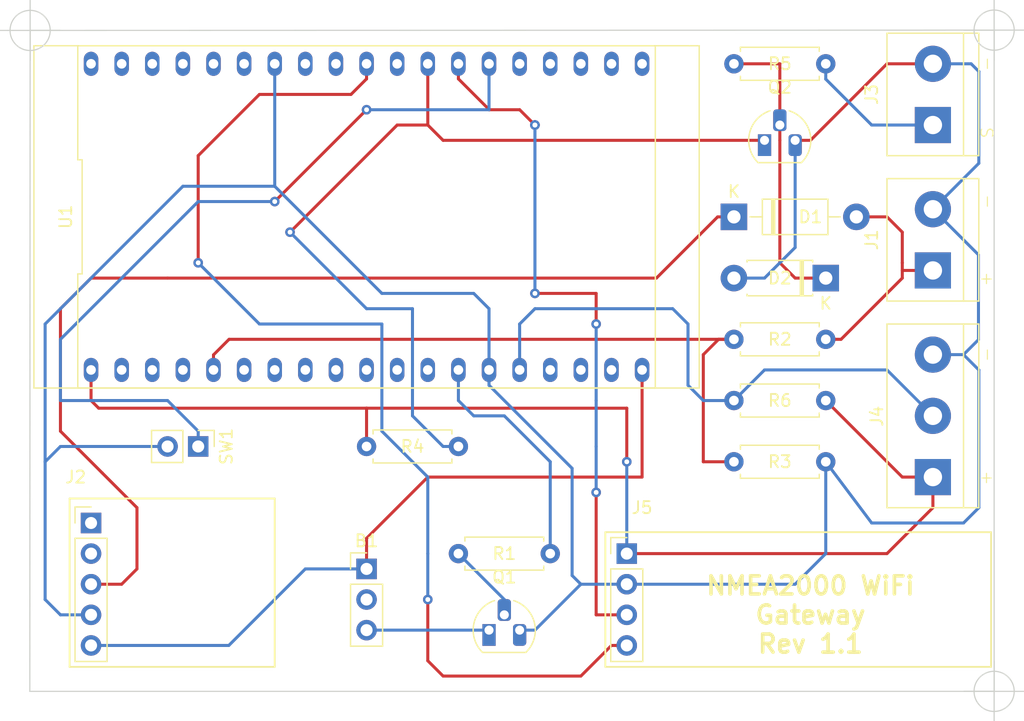
<source format=kicad_pcb>
(kicad_pcb (version 20171130) (host pcbnew "(5.1.5)-3")

  (general
    (thickness 1.6)
    (drawings 22)
    (tracks 175)
    (zones 0)
    (modules 18)
    (nets 47)
  )

  (page A4)
  (layers
    (0 F.Cu signal)
    (31 B.Cu signal)
    (32 B.Adhes user)
    (33 F.Adhes user)
    (34 B.Paste user)
    (35 F.Paste user)
    (36 B.SilkS user)
    (37 F.SilkS user)
    (38 B.Mask user)
    (39 F.Mask user)
    (40 Dwgs.User user)
    (41 Cmts.User user)
    (42 Eco1.User user)
    (43 Eco2.User user)
    (44 Edge.Cuts user)
    (45 Margin user)
    (46 B.CrtYd user)
    (47 F.CrtYd user)
    (48 B.Fab user)
    (49 F.Fab user)
  )

  (setup
    (last_trace_width 0.25)
    (trace_clearance 0.2)
    (zone_clearance 0.508)
    (zone_45_only no)
    (trace_min 0.2)
    (via_size 0.8)
    (via_drill 0.4)
    (via_min_size 0.4)
    (via_min_drill 0.3)
    (uvia_size 0.3)
    (uvia_drill 0.1)
    (uvias_allowed no)
    (uvia_min_size 0.2)
    (uvia_min_drill 0.1)
    (edge_width 0.1)
    (segment_width 0.2)
    (pcb_text_width 0.3)
    (pcb_text_size 1.5 1.5)
    (mod_edge_width 0.15)
    (mod_text_size 1 1)
    (mod_text_width 0.15)
    (pad_size 1.524 1.524)
    (pad_drill 0.762)
    (pad_to_mask_clearance 0)
    (aux_axis_origin 96.52 111.76)
    (visible_elements 7FFFFFFF)
    (pcbplotparams
      (layerselection 0x010fc_ffffffff)
      (usegerberextensions false)
      (usegerberattributes false)
      (usegerberadvancedattributes false)
      (creategerberjobfile false)
      (excludeedgelayer true)
      (linewidth 0.100000)
      (plotframeref false)
      (viasonmask false)
      (mode 1)
      (useauxorigin false)
      (hpglpennumber 1)
      (hpglpenspeed 20)
      (hpglpendiameter 15.000000)
      (psnegative false)
      (psa4output false)
      (plotreference true)
      (plotvalue true)
      (plotinvisibletext false)
      (padsonsilk false)
      (subtractmaskfromsilk false)
      (outputformat 1)
      (mirror false)
      (drillshape 1)
      (scaleselection 1)
      (outputdirectory ""))
  )

  (net 0 "")
  (net 1 "Net-(B1-Pad3)")
  (net 2 +5V)
  (net 3 +12V)
  (net 4 "Net-(D1-Pad1)")
  (net 5 GND)
  (net 6 "Net-(D2-Pad1)")
  (net 7 "Net-(J3-Pad1)")
  (net 8 +3V3)
  (net 9 "Net-(J5-Pad4)")
  (net 10 "Net-(J5-Pad3)")
  (net 11 "Net-(Q1-Pad2)")
  (net 12 "Net-(Q2-Pad1)")
  (net 13 "Net-(R1-Pad1)")
  (net 14 "Net-(R2-Pad2)")
  (net 15 "Net-(SW1-Pad1)")
  (net 16 "Net-(J4-Pad2)")
  (net 17 "Net-(B1-Pad2)")
  (net 18 "Net-(J2-Pad2)")
  (net 19 "Net-(J2-Pad1)")
  (net 20 "Net-(U1-Pad20)")
  (net 21 "Net-(U1-Pad18)")
  (net 22 "Net-(U1-Pad21)")
  (net 23 "Net-(U1-Pad17)")
  (net 24 "Net-(U1-Pad22)")
  (net 25 "Net-(U1-Pad16)")
  (net 26 "Net-(U1-Pad23)")
  (net 27 "Net-(U1-Pad24)")
  (net 28 "Net-(U1-Pad12)")
  (net 29 "Net-(U1-Pad11)")
  (net 30 "Net-(U1-Pad28)")
  (net 31 "Net-(U1-Pad10)")
  (net 32 "Net-(U1-Pad9)")
  (net 33 "Net-(U1-Pad30)")
  (net 34 "Net-(U1-Pad8)")
  (net 35 "Net-(U1-Pad31)")
  (net 36 "Net-(U1-Pad7)")
  (net 37 "Net-(U1-Pad6)")
  (net 38 "Net-(U1-Pad33)")
  (net 39 "Net-(U1-Pad34)")
  (net 40 "Net-(U1-Pad4)")
  (net 41 "Net-(U1-Pad35)")
  (net 42 "Net-(U1-Pad3)")
  (net 43 "Net-(U1-Pad36)")
  (net 44 "Net-(U1-Pad2)")
  (net 45 "Net-(U1-Pad37)")
  (net 46 "Net-(U1-Pad38)")

  (net_class Default "Dies ist die voreingestellte Netzklasse."
    (clearance 0.2)
    (trace_width 0.25)
    (via_dia 0.8)
    (via_drill 0.4)
    (uvia_dia 0.3)
    (uvia_drill 0.1)
    (add_net +12V)
    (add_net +3V3)
    (add_net +5V)
    (add_net GND)
    (add_net "Net-(B1-Pad2)")
    (add_net "Net-(B1-Pad3)")
    (add_net "Net-(D1-Pad1)")
    (add_net "Net-(D2-Pad1)")
    (add_net "Net-(J2-Pad1)")
    (add_net "Net-(J2-Pad2)")
    (add_net "Net-(J3-Pad1)")
    (add_net "Net-(J4-Pad2)")
    (add_net "Net-(J5-Pad3)")
    (add_net "Net-(J5-Pad4)")
    (add_net "Net-(Q1-Pad2)")
    (add_net "Net-(Q2-Pad1)")
    (add_net "Net-(R1-Pad1)")
    (add_net "Net-(R2-Pad2)")
    (add_net "Net-(SW1-Pad1)")
    (add_net "Net-(U1-Pad10)")
    (add_net "Net-(U1-Pad11)")
    (add_net "Net-(U1-Pad12)")
    (add_net "Net-(U1-Pad16)")
    (add_net "Net-(U1-Pad17)")
    (add_net "Net-(U1-Pad18)")
    (add_net "Net-(U1-Pad2)")
    (add_net "Net-(U1-Pad20)")
    (add_net "Net-(U1-Pad21)")
    (add_net "Net-(U1-Pad22)")
    (add_net "Net-(U1-Pad23)")
    (add_net "Net-(U1-Pad24)")
    (add_net "Net-(U1-Pad28)")
    (add_net "Net-(U1-Pad3)")
    (add_net "Net-(U1-Pad30)")
    (add_net "Net-(U1-Pad31)")
    (add_net "Net-(U1-Pad33)")
    (add_net "Net-(U1-Pad34)")
    (add_net "Net-(U1-Pad35)")
    (add_net "Net-(U1-Pad36)")
    (add_net "Net-(U1-Pad37)")
    (add_net "Net-(U1-Pad38)")
    (add_net "Net-(U1-Pad4)")
    (add_net "Net-(U1-Pad6)")
    (add_net "Net-(U1-Pad7)")
    (add_net "Net-(U1-Pad8)")
    (add_net "Net-(U1-Pad9)")
  )

  (module ESP32_Devkit_38Pins:ESP32_Devkit_38Pins (layer F.Cu) (tedit 5F9BC478) (tstamp 5F9EBD41)
    (at 124.46 72.39)
    (path /5F9E95AF)
    (fp_text reference U1 (at -24.96 0 90) (layer F.SilkS)
      (effects (font (size 1 1) (thickness 0.15)))
    )
    (fp_text value ESP32 (at 0 0) (layer F.Fab)
      (effects (font (size 1 1) (thickness 0.15)))
    )
    (fp_line (start -23.71 13.95) (end -23.71 -13.95) (layer F.CrtYd) (width 0.05))
    (fp_line (start 23.71 13.95) (end -23.71 13.95) (layer F.CrtYd) (width 0.05))
    (fp_line (start 23.71 -13.95) (end 23.71 13.95) (layer F.CrtYd) (width 0.05))
    (fp_line (start -23.71 -13.95) (end 23.71 -13.95) (layer F.CrtYd) (width 0.05))
    (fp_line (start -23.96 4.733333) (end -23.96 14.199999) (layer F.SilkS) (width 0.12))
    (fp_line (start -23.6 4.733333) (end -23.96 4.733333) (layer F.SilkS) (width 0.12))
    (fp_line (start -23.6 -4.733333) (end -23.6 4.733333) (layer F.SilkS) (width 0.12))
    (fp_line (start -23.96 -4.733333) (end -23.6 -4.733333) (layer F.SilkS) (width 0.12))
    (fp_line (start -23.96 -14.2) (end -23.96 -4.733333) (layer F.SilkS) (width 0.12))
    (fp_line (start 23.96 -14.199999) (end -23.96 -14.2) (layer F.SilkS) (width 0.12))
    (fp_line (start 23.96 14.2) (end 23.96 -14.199999) (layer F.SilkS) (width 0.12))
    (fp_line (start -23.96 14.199999) (end 23.96 14.2) (layer F.SilkS) (width 0.12))
    (fp_line (start -27.6 14.2) (end 27.6 14.2) (layer F.SilkS) (width 0.12))
    (fp_line (start -27.6 14.2) (end -27.6 -14.2) (layer F.SilkS) (width 0.12))
    (fp_line (start -27.6 -14.2) (end 26.8 -14.2) (layer F.SilkS) (width 0.12))
    (fp_line (start 27.6 -14.2) (end 27.6 14.2) (layer F.SilkS) (width 0.12))
    (fp_line (start 26.8 -14.2) (end 27.6 -14.2) (layer F.SilkS) (width 0.12))
    (pad 19 thru_hole oval (at 22.86 12.7) (size 1.2 2) (drill 0.8) (layers *.Cu *.Mask)
      (net 2 +5V))
    (pad 20 thru_hole oval (at 22.86 -12.7) (size 1.2 2) (drill 0.8) (layers *.Cu *.Mask)
      (net 20 "Net-(U1-Pad20)"))
    (pad 18 thru_hole oval (at 20.32 12.7) (size 1.2 2) (drill 0.8) (layers *.Cu *.Mask)
      (net 21 "Net-(U1-Pad18)"))
    (pad 21 thru_hole oval (at 20.32 -12.7) (size 1.2 2) (drill 0.8) (layers *.Cu *.Mask)
      (net 22 "Net-(U1-Pad21)"))
    (pad 17 thru_hole oval (at 17.78 12.7) (size 1.2 2) (drill 0.8) (layers *.Cu *.Mask)
      (net 23 "Net-(U1-Pad17)"))
    (pad 22 thru_hole oval (at 17.78 -12.7) (size 1.2 2) (drill 0.8) (layers *.Cu *.Mask)
      (net 24 "Net-(U1-Pad22)"))
    (pad 16 thru_hole oval (at 15.24 12.7) (size 1.2 2) (drill 0.8) (layers *.Cu *.Mask)
      (net 25 "Net-(U1-Pad16)"))
    (pad 23 thru_hole oval (at 15.24 -12.7) (size 1.2 2) (drill 0.8) (layers *.Cu *.Mask)
      (net 26 "Net-(U1-Pad23)"))
    (pad 15 thru_hole oval (at 12.7 12.7) (size 1.2 2) (drill 0.8) (layers *.Cu *.Mask)
      (net 16 "Net-(J4-Pad2)"))
    (pad 24 thru_hole oval (at 12.7 -12.7) (size 1.2 2) (drill 0.8) (layers *.Cu *.Mask)
      (net 27 "Net-(U1-Pad24)"))
    (pad 14 thru_hole oval (at 10.16 12.7) (size 1.2 2) (drill 0.8) (layers *.Cu *.Mask)
      (net 5 GND))
    (pad 25 thru_hole oval (at 10.16 -12.7) (size 1.2 2) (drill 0.8) (layers *.Cu *.Mask)
      (net 15 "Net-(SW1-Pad1)"))
    (pad 13 thru_hole oval (at 7.62 12.7) (size 1.2 2) (drill 0.8) (layers *.Cu *.Mask)
      (net 13 "Net-(R1-Pad1)"))
    (pad 26 thru_hole oval (at 7.62 -12.7) (size 1.2 2) (drill 0.8) (layers *.Cu *.Mask)
      (net 10 "Net-(J5-Pad3)"))
    (pad 12 thru_hole oval (at 5.08 12.7) (size 1.2 2) (drill 0.8) (layers *.Cu *.Mask)
      (net 28 "Net-(U1-Pad12)"))
    (pad 27 thru_hole oval (at 5.08 -12.7) (size 1.2 2) (drill 0.8) (layers *.Cu *.Mask)
      (net 12 "Net-(Q2-Pad1)"))
    (pad 11 thru_hole oval (at 2.54 12.7) (size 1.2 2) (drill 0.8) (layers *.Cu *.Mask)
      (net 29 "Net-(U1-Pad11)"))
    (pad 28 thru_hole oval (at 2.54 -12.7) (size 1.2 2) (drill 0.8) (layers *.Cu *.Mask)
      (net 30 "Net-(U1-Pad28)"))
    (pad 10 thru_hole oval (at 0 12.7) (size 1.2 2) (drill 0.8) (layers *.Cu *.Mask)
      (net 31 "Net-(U1-Pad10)"))
    (pad 29 thru_hole oval (at 0 -12.7) (size 1.2 2) (drill 0.8) (layers *.Cu *.Mask)
      (net 9 "Net-(J5-Pad4)"))
    (pad 9 thru_hole oval (at -2.54 12.7) (size 1.2 2) (drill 0.8) (layers *.Cu *.Mask)
      (net 32 "Net-(U1-Pad9)"))
    (pad 30 thru_hole oval (at -2.54 -12.7) (size 1.2 2) (drill 0.8) (layers *.Cu *.Mask)
      (net 33 "Net-(U1-Pad30)"))
    (pad 8 thru_hole oval (at -5.08 12.7) (size 1.2 2) (drill 0.8) (layers *.Cu *.Mask)
      (net 34 "Net-(U1-Pad8)"))
    (pad 31 thru_hole oval (at -5.08 -12.7) (size 1.2 2) (drill 0.8) (layers *.Cu *.Mask)
      (net 35 "Net-(U1-Pad31)"))
    (pad 7 thru_hole oval (at -7.62 12.7) (size 1.2 2) (drill 0.8) (layers *.Cu *.Mask)
      (net 36 "Net-(U1-Pad7)"))
    (pad 32 thru_hole oval (at -7.62 -12.7) (size 1.2 2) (drill 0.8) (layers *.Cu *.Mask)
      (net 5 GND))
    (pad 6 thru_hole oval (at -10.16 12.7) (size 1.2 2) (drill 0.8) (layers *.Cu *.Mask)
      (net 37 "Net-(U1-Pad6)"))
    (pad 33 thru_hole oval (at -10.16 -12.7) (size 1.2 2) (drill 0.8) (layers *.Cu *.Mask)
      (net 38 "Net-(U1-Pad33)"))
    (pad 5 thru_hole oval (at -12.7 12.7) (size 1.2 2) (drill 0.8) (layers *.Cu *.Mask)
      (net 14 "Net-(R2-Pad2)"))
    (pad 34 thru_hole oval (at -12.7 -12.7) (size 1.2 2) (drill 0.8) (layers *.Cu *.Mask)
      (net 39 "Net-(U1-Pad34)"))
    (pad 4 thru_hole oval (at -15.24 12.7) (size 1.2 2) (drill 0.8) (layers *.Cu *.Mask)
      (net 40 "Net-(U1-Pad4)"))
    (pad 35 thru_hole oval (at -15.24 -12.7) (size 1.2 2) (drill 0.8) (layers *.Cu *.Mask)
      (net 41 "Net-(U1-Pad35)"))
    (pad 3 thru_hole oval (at -17.78 12.7) (size 1.2 2) (drill 0.8) (layers *.Cu *.Mask)
      (net 42 "Net-(U1-Pad3)"))
    (pad 36 thru_hole oval (at -17.78 -12.7) (size 1.2 2) (drill 0.8) (layers *.Cu *.Mask)
      (net 43 "Net-(U1-Pad36)"))
    (pad 2 thru_hole oval (at -20.32 12.7) (size 1.2 2) (drill 0.8) (layers *.Cu *.Mask)
      (net 44 "Net-(U1-Pad2)"))
    (pad 37 thru_hole oval (at -20.32 -12.7) (size 1.2 2) (drill 0.8) (layers *.Cu *.Mask)
      (net 45 "Net-(U1-Pad37)"))
    (pad 1 thru_hole oval (at -22.86 12.7) (size 1.2 2) (drill 0.8) (layers *.Cu *.Mask)
      (net 8 +3V3))
    (pad 38 thru_hole oval (at -22.86 -12.7) (size 1.2 2) (drill 0.8) (layers *.Cu *.Mask)
      (net 46 "Net-(U1-Pad38)"))
  )

  (module Package_TO_SOT_THT:TO-92_HandSolder (layer F.Cu) (tedit 5A282C46) (tstamp 5F9EB378)
    (at 157.48 66.04)
    (descr "TO-92 leads molded, narrow, drill 0.75mm, handsoldering variant with enlarged pads (see NXP sot054_po.pdf)")
    (tags "to-92 sc-43 sc-43a sot54 PA33 transistor")
    (path /5F9EEC22)
    (fp_text reference Q2 (at 1.27 -4.4) (layer F.SilkS)
      (effects (font (size 1 1) (thickness 0.15)))
    )
    (fp_text value BC547 (at 1.27 2.79) (layer F.Fab)
      (effects (font (size 1 1) (thickness 0.15)))
    )
    (fp_arc (start 1.27 0) (end 2.05 -2.45) (angle 117.6433766) (layer F.SilkS) (width 0.12))
    (fp_arc (start 1.27 0) (end 1.27 -2.48) (angle -135) (layer F.Fab) (width 0.1))
    (fp_arc (start 1.27 0) (end 0.45 -2.45) (angle -116.9632683) (layer F.SilkS) (width 0.12))
    (fp_arc (start 1.27 0) (end 1.27 -2.48) (angle 135) (layer F.Fab) (width 0.1))
    (fp_line (start 4 2.01) (end -1.46 2.01) (layer F.CrtYd) (width 0.05))
    (fp_line (start 4 2.01) (end 4 -3.05) (layer F.CrtYd) (width 0.05))
    (fp_line (start -1.45 -3.05) (end -1.46 2.01) (layer F.CrtYd) (width 0.05))
    (fp_line (start -1.46 -3.05) (end 4 -3.05) (layer F.CrtYd) (width 0.05))
    (fp_line (start -0.5 1.75) (end 3 1.75) (layer F.Fab) (width 0.1))
    (fp_line (start -0.53 1.85) (end 3.07 1.85) (layer F.SilkS) (width 0.12))
    (fp_text user %R (at 1.27 -4.4) (layer F.Fab)
      (effects (font (size 1 1) (thickness 0.15)))
    )
    (pad 1 thru_hole rect (at 0 0) (size 1.1 1.8) (drill 0.75 (offset 0 0.4)) (layers *.Cu *.Mask)
      (net 12 "Net-(Q2-Pad1)"))
    (pad 3 thru_hole roundrect (at 2.54 0) (size 1.1 1.8) (drill 0.75 (offset 0 0.4)) (layers *.Cu *.Mask) (roundrect_rratio 0.25)
      (net 5 GND))
    (pad 2 thru_hole roundrect (at 1.27 -1.27) (size 1.1 1.8) (drill 0.75 (offset 0 -0.4)) (layers *.Cu *.Mask) (roundrect_rratio 0.25)
      (net 6 "Net-(D2-Pad1)"))
    (model ${KISYS3DMOD}/Package_TO_SOT_THT.3dshapes/TO-92.wrl
      (at (xyz 0 0 0))
      (scale (xyz 1 1 1))
      (rotate (xyz 0 0 0))
    )
  )

  (module Package_TO_SOT_THT:TO-92_HandSolder (layer F.Cu) (tedit 5A282C46) (tstamp 5F9EAD3F)
    (at 134.62 106.68)
    (descr "TO-92 leads molded, narrow, drill 0.75mm, handsoldering variant with enlarged pads (see NXP sot054_po.pdf)")
    (tags "to-92 sc-43 sc-43a sot54 PA33 transistor")
    (path /5F2980D3)
    (fp_text reference Q1 (at 1.27 -4.4) (layer F.SilkS)
      (effects (font (size 1 1) (thickness 0.15)))
    )
    (fp_text value BC547 (at 1.27 2.79) (layer F.Fab)
      (effects (font (size 1 1) (thickness 0.15)))
    )
    (fp_arc (start 1.27 0) (end 2.05 -2.45) (angle 117.6433766) (layer F.SilkS) (width 0.12))
    (fp_arc (start 1.27 0) (end 1.27 -2.48) (angle -135) (layer F.Fab) (width 0.1))
    (fp_arc (start 1.27 0) (end 0.45 -2.45) (angle -116.9632683) (layer F.SilkS) (width 0.12))
    (fp_arc (start 1.27 0) (end 1.27 -2.48) (angle 135) (layer F.Fab) (width 0.1))
    (fp_line (start 4 2.01) (end -1.46 2.01) (layer F.CrtYd) (width 0.05))
    (fp_line (start 4 2.01) (end 4 -3.05) (layer F.CrtYd) (width 0.05))
    (fp_line (start -1.45 -3.05) (end -1.46 2.01) (layer F.CrtYd) (width 0.05))
    (fp_line (start -1.46 -3.05) (end 4 -3.05) (layer F.CrtYd) (width 0.05))
    (fp_line (start -0.5 1.75) (end 3 1.75) (layer F.Fab) (width 0.1))
    (fp_line (start -0.53 1.85) (end 3.07 1.85) (layer F.SilkS) (width 0.12))
    (fp_text user %R (at 1.27 -4.4) (layer F.Fab)
      (effects (font (size 1 1) (thickness 0.15)))
    )
    (pad 1 thru_hole rect (at 0 0) (size 1.1 1.8) (drill 0.75 (offset 0 0.4)) (layers *.Cu *.Mask)
      (net 1 "Net-(B1-Pad3)"))
    (pad 3 thru_hole roundrect (at 2.54 0) (size 1.1 1.8) (drill 0.75 (offset 0 0.4)) (layers *.Cu *.Mask) (roundrect_rratio 0.25)
      (net 5 GND))
    (pad 2 thru_hole roundrect (at 1.27 -1.27) (size 1.1 1.8) (drill 0.75 (offset 0 -0.4)) (layers *.Cu *.Mask) (roundrect_rratio 0.25)
      (net 11 "Net-(Q1-Pad2)"))
    (model ${KISYS3DMOD}/Package_TO_SOT_THT.3dshapes/TO-92.wrl
      (at (xyz 0 0 0))
      (scale (xyz 1 1 1))
      (rotate (xyz 0 0 0))
    )
  )

  (module TerminalBlock:TerminalBlock_bornier-3_P5.08mm (layer F.Cu) (tedit 59FF03B9) (tstamp 5FA562A1)
    (at 171.45 93.98 90)
    (descr "simple 3-pin terminal block, pitch 5.08mm, revamped version of bornier3")
    (tags "terminal block bornier3")
    (path /5FA0C9FF)
    (fp_text reference J4 (at 5.05 -4.65 90) (layer F.SilkS)
      (effects (font (size 1 1) (thickness 0.15)))
    )
    (fp_text value DS18B20 (at 5.08 4.445 90) (layer F.Fab)
      (effects (font (size 1 1) (thickness 0.15)))
    )
    (fp_line (start 12.88 4) (end -2.72 4) (layer F.CrtYd) (width 0.05))
    (fp_line (start 12.88 4) (end 12.88 -4) (layer F.CrtYd) (width 0.05))
    (fp_line (start -2.72 -4) (end -2.72 4) (layer F.CrtYd) (width 0.05))
    (fp_line (start -2.72 -4) (end 12.88 -4) (layer F.CrtYd) (width 0.05))
    (fp_line (start -2.54 3.81) (end 12.7 3.81) (layer F.SilkS) (width 0.12))
    (fp_line (start -2.54 -3.81) (end 12.7 -3.81) (layer F.SilkS) (width 0.12))
    (fp_line (start -2.54 2.54) (end 12.7 2.54) (layer F.SilkS) (width 0.12))
    (fp_line (start 12.7 3.81) (end 12.7 -3.81) (layer F.SilkS) (width 0.12))
    (fp_line (start -2.54 3.81) (end -2.54 -3.81) (layer F.SilkS) (width 0.12))
    (fp_line (start -2.47 3.75) (end -2.47 -3.75) (layer F.Fab) (width 0.1))
    (fp_line (start 12.63 3.75) (end -2.47 3.75) (layer F.Fab) (width 0.1))
    (fp_line (start 12.63 -3.75) (end 12.63 3.75) (layer F.Fab) (width 0.1))
    (fp_line (start -2.47 -3.75) (end 12.63 -3.75) (layer F.Fab) (width 0.1))
    (fp_line (start -2.47 2.55) (end 12.63 2.55) (layer F.Fab) (width 0.1))
    (fp_text user %R (at 5.08 0 90) (layer F.Fab)
      (effects (font (size 1 1) (thickness 0.15)))
    )
    (pad 3 thru_hole circle (at 10.16 0 90) (size 3 3) (drill 1.52) (layers *.Cu *.Mask)
      (net 5 GND))
    (pad 2 thru_hole circle (at 5.08 0 90) (size 3 3) (drill 1.52) (layers *.Cu *.Mask)
      (net 16 "Net-(J4-Pad2)"))
    (pad 1 thru_hole rect (at 0 0 90) (size 3 3) (drill 1.52) (layers *.Cu *.Mask)
      (net 8 +3V3))
    (model ${KISYS3DMOD}/TerminalBlock.3dshapes/TerminalBlock_bornier-3_P5.08mm.wrl
      (offset (xyz 5.079999923706055 0 0))
      (scale (xyz 1 1 1))
      (rotate (xyz 0 0 0))
    )
  )

  (module TerminalBlock:TerminalBlock_bornier-2_P5.08mm (layer F.Cu) (tedit 59FF03AB) (tstamp 5F9EABCA)
    (at 171.45 64.77 90)
    (descr "simple 2-pin terminal block, pitch 5.08mm, revamped version of bornier2")
    (tags "terminal block bornier2")
    (path /5F9F7F7B)
    (fp_text reference J3 (at 2.54 -5.08 90) (layer F.SilkS)
      (effects (font (size 1 1) (thickness 0.15)))
    )
    (fp_text value AIS (at 2.54 4.445 90) (layer F.Fab)
      (effects (font (size 1 1) (thickness 0.15)))
    )
    (fp_line (start 7.79 4) (end -2.71 4) (layer F.CrtYd) (width 0.05))
    (fp_line (start 7.79 4) (end 7.79 -4) (layer F.CrtYd) (width 0.05))
    (fp_line (start -2.71 -4) (end -2.71 4) (layer F.CrtYd) (width 0.05))
    (fp_line (start -2.71 -4) (end 7.79 -4) (layer F.CrtYd) (width 0.05))
    (fp_line (start -2.54 3.81) (end 7.62 3.81) (layer F.SilkS) (width 0.12))
    (fp_line (start -2.54 -3.81) (end -2.54 3.81) (layer F.SilkS) (width 0.12))
    (fp_line (start 7.62 -3.81) (end -2.54 -3.81) (layer F.SilkS) (width 0.12))
    (fp_line (start 7.62 3.81) (end 7.62 -3.81) (layer F.SilkS) (width 0.12))
    (fp_line (start 7.62 2.54) (end -2.54 2.54) (layer F.SilkS) (width 0.12))
    (fp_line (start 7.54 -3.75) (end -2.46 -3.75) (layer F.Fab) (width 0.1))
    (fp_line (start 7.54 3.75) (end 7.54 -3.75) (layer F.Fab) (width 0.1))
    (fp_line (start -2.46 3.75) (end 7.54 3.75) (layer F.Fab) (width 0.1))
    (fp_line (start -2.46 -3.75) (end -2.46 3.75) (layer F.Fab) (width 0.1))
    (fp_line (start -2.41 2.55) (end 7.49 2.55) (layer F.Fab) (width 0.1))
    (fp_text user %R (at 2.54 0 90) (layer F.Fab)
      (effects (font (size 1 1) (thickness 0.15)))
    )
    (pad 2 thru_hole circle (at 5.08 0 90) (size 3 3) (drill 1.52) (layers *.Cu *.Mask)
      (net 5 GND))
    (pad 1 thru_hole rect (at 0 0 90) (size 3 3) (drill 1.52) (layers *.Cu *.Mask)
      (net 7 "Net-(J3-Pad1)"))
    (model ${KISYS3DMOD}/TerminalBlock.3dshapes/TerminalBlock_bornier-2_P5.08mm.wrl
      (offset (xyz 2.539999961853027 0 0))
      (scale (xyz 1 1 1))
      (rotate (xyz 0 0 0))
    )
  )

  (module TerminalBlock:TerminalBlock_bornier-2_P5.08mm (layer F.Cu) (tedit 59FF03AB) (tstamp 5FA56530)
    (at 171.45 76.835 90)
    (descr "simple 2-pin terminal block, pitch 5.08mm, revamped version of bornier2")
    (tags "terminal block bornier2")
    (path /5F9B39F2)
    (fp_text reference J1 (at 2.54 -5.08 90) (layer F.SilkS)
      (effects (font (size 1 1) (thickness 0.15)))
    )
    (fp_text value Power (at 2.54 4.445 90) (layer F.Fab)
      (effects (font (size 1 1) (thickness 0.15)))
    )
    (fp_line (start 7.79 4) (end -2.71 4) (layer F.CrtYd) (width 0.05))
    (fp_line (start 7.79 4) (end 7.79 -4) (layer F.CrtYd) (width 0.05))
    (fp_line (start -2.71 -4) (end -2.71 4) (layer F.CrtYd) (width 0.05))
    (fp_line (start -2.71 -4) (end 7.79 -4) (layer F.CrtYd) (width 0.05))
    (fp_line (start -2.54 3.81) (end 7.62 3.81) (layer F.SilkS) (width 0.12))
    (fp_line (start -2.54 -3.81) (end -2.54 3.81) (layer F.SilkS) (width 0.12))
    (fp_line (start 7.62 -3.81) (end -2.54 -3.81) (layer F.SilkS) (width 0.12))
    (fp_line (start 7.62 3.81) (end 7.62 -3.81) (layer F.SilkS) (width 0.12))
    (fp_line (start 7.62 2.54) (end -2.54 2.54) (layer F.SilkS) (width 0.12))
    (fp_line (start 7.54 -3.75) (end -2.46 -3.75) (layer F.Fab) (width 0.1))
    (fp_line (start 7.54 3.75) (end 7.54 -3.75) (layer F.Fab) (width 0.1))
    (fp_line (start -2.46 3.75) (end 7.54 3.75) (layer F.Fab) (width 0.1))
    (fp_line (start -2.46 -3.75) (end -2.46 3.75) (layer F.Fab) (width 0.1))
    (fp_line (start -2.41 2.55) (end 7.49 2.55) (layer F.Fab) (width 0.1))
    (fp_text user %R (at 2.54 0 90) (layer F.Fab)
      (effects (font (size 1 1) (thickness 0.15)))
    )
    (pad 2 thru_hole circle (at 5.08 0 90) (size 3 3) (drill 1.52) (layers *.Cu *.Mask)
      (net 5 GND))
    (pad 1 thru_hole rect (at 0 0 90) (size 3 3) (drill 1.52) (layers *.Cu *.Mask)
      (net 3 +12V))
    (model ${KISYS3DMOD}/TerminalBlock.3dshapes/TerminalBlock_bornier-2_P5.08mm.wrl
      (offset (xyz 2.539999961853027 0 0))
      (scale (xyz 1 1 1))
      (rotate (xyz 0 0 0))
    )
  )

  (module Diode_THT:D_DO-41_SOD81_P7.62mm_Horizontal (layer F.Cu) (tedit 5AE50CD5) (tstamp 5F9ED576)
    (at 162.56 77.47 180)
    (descr "Diode, DO-41_SOD81 series, Axial, Horizontal, pin pitch=7.62mm, , length*diameter=5.2*2.7mm^2, , http://www.diodes.com/_files/packages/DO-41%20(Plastic).pdf")
    (tags "Diode DO-41_SOD81 series Axial Horizontal pin pitch 7.62mm  length 5.2mm diameter 2.7mm")
    (path /5FA1B20E)
    (fp_text reference D2 (at 3.81 0) (layer F.SilkS)
      (effects (font (size 1 1) (thickness 0.15)))
    )
    (fp_text value 1N4148 (at 3.81 2.47) (layer F.Fab)
      (effects (font (size 1 1) (thickness 0.15)))
    )
    (fp_text user K (at 0 -2.1) (layer F.SilkS)
      (effects (font (size 1 1) (thickness 0.15)))
    )
    (fp_text user K (at 0 -2.1) (layer F.Fab)
      (effects (font (size 1 1) (thickness 0.15)))
    )
    (fp_line (start 8.97 -1.6) (end -1.35 -1.6) (layer F.CrtYd) (width 0.05))
    (fp_line (start 8.97 1.6) (end 8.97 -1.6) (layer F.CrtYd) (width 0.05))
    (fp_line (start -1.35 1.6) (end 8.97 1.6) (layer F.CrtYd) (width 0.05))
    (fp_line (start -1.35 -1.6) (end -1.35 1.6) (layer F.CrtYd) (width 0.05))
    (fp_line (start 1.87 -1.47) (end 1.87 1.47) (layer F.SilkS) (width 0.12))
    (fp_line (start 2.11 -1.47) (end 2.11 1.47) (layer F.SilkS) (width 0.12))
    (fp_line (start 1.99 -1.47) (end 1.99 1.47) (layer F.SilkS) (width 0.12))
    (fp_line (start 6.53 1.47) (end 6.53 1.34) (layer F.SilkS) (width 0.12))
    (fp_line (start 1.09 1.47) (end 6.53 1.47) (layer F.SilkS) (width 0.12))
    (fp_line (start 1.09 1.34) (end 1.09 1.47) (layer F.SilkS) (width 0.12))
    (fp_line (start 6.53 -1.47) (end 6.53 -1.34) (layer F.SilkS) (width 0.12))
    (fp_line (start 1.09 -1.47) (end 6.53 -1.47) (layer F.SilkS) (width 0.12))
    (fp_line (start 1.09 -1.34) (end 1.09 -1.47) (layer F.SilkS) (width 0.12))
    (fp_line (start 1.89 -1.35) (end 1.89 1.35) (layer F.Fab) (width 0.1))
    (fp_line (start 2.09 -1.35) (end 2.09 1.35) (layer F.Fab) (width 0.1))
    (fp_line (start 1.99 -1.35) (end 1.99 1.35) (layer F.Fab) (width 0.1))
    (fp_line (start 7.62 0) (end 6.41 0) (layer F.Fab) (width 0.1))
    (fp_line (start 0 0) (end 1.21 0) (layer F.Fab) (width 0.1))
    (fp_line (start 6.41 -1.35) (end 1.21 -1.35) (layer F.Fab) (width 0.1))
    (fp_line (start 6.41 1.35) (end 6.41 -1.35) (layer F.Fab) (width 0.1))
    (fp_line (start 1.21 1.35) (end 6.41 1.35) (layer F.Fab) (width 0.1))
    (fp_line (start 1.21 -1.35) (end 1.21 1.35) (layer F.Fab) (width 0.1))
    (pad 2 thru_hole oval (at 7.62 0 180) (size 2.2 2.2) (drill 1.1) (layers *.Cu *.Mask)
      (net 5 GND))
    (pad 1 thru_hole rect (at 0 0 180) (size 2.2 2.2) (drill 1.1) (layers *.Cu *.Mask)
      (net 6 "Net-(D2-Pad1)"))
    (model ${KISYS3DMOD}/Diode_THT.3dshapes/D_DO-41_SOD81_P7.62mm_Horizontal.wrl
      (at (xyz 0 0 0))
      (scale (xyz 1 1 1))
      (rotate (xyz 0 0 0))
    )
  )

  (module Resistor_THT:R_Axial_DIN0207_L6.3mm_D2.5mm_P7.62mm_Horizontal (layer F.Cu) (tedit 5AE5139B) (tstamp 5F9EB0EB)
    (at 162.56 87.63 180)
    (descr "Resistor, Axial_DIN0207 series, Axial, Horizontal, pin pitch=7.62mm, 0.25W = 1/4W, length*diameter=6.3*2.5mm^2, http://cdn-reichelt.de/documents/datenblatt/B400/1_4W%23YAG.pdf")
    (tags "Resistor Axial_DIN0207 series Axial Horizontal pin pitch 7.62mm 0.25W = 1/4W length 6.3mm diameter 2.5mm")
    (path /5F9FBCE9)
    (fp_text reference R6 (at 3.81 0) (layer F.SilkS)
      (effects (font (size 1 1) (thickness 0.15)))
    )
    (fp_text value 4K7 (at 3.81 2.37) (layer F.Fab)
      (effects (font (size 1 1) (thickness 0.15)))
    )
    (fp_text user %R (at 3.81 0) (layer F.Fab)
      (effects (font (size 1 1) (thickness 0.15)))
    )
    (fp_line (start 8.67 -1.5) (end -1.05 -1.5) (layer F.CrtYd) (width 0.05))
    (fp_line (start 8.67 1.5) (end 8.67 -1.5) (layer F.CrtYd) (width 0.05))
    (fp_line (start -1.05 1.5) (end 8.67 1.5) (layer F.CrtYd) (width 0.05))
    (fp_line (start -1.05 -1.5) (end -1.05 1.5) (layer F.CrtYd) (width 0.05))
    (fp_line (start 7.08 1.37) (end 7.08 1.04) (layer F.SilkS) (width 0.12))
    (fp_line (start 0.54 1.37) (end 7.08 1.37) (layer F.SilkS) (width 0.12))
    (fp_line (start 0.54 1.04) (end 0.54 1.37) (layer F.SilkS) (width 0.12))
    (fp_line (start 7.08 -1.37) (end 7.08 -1.04) (layer F.SilkS) (width 0.12))
    (fp_line (start 0.54 -1.37) (end 7.08 -1.37) (layer F.SilkS) (width 0.12))
    (fp_line (start 0.54 -1.04) (end 0.54 -1.37) (layer F.SilkS) (width 0.12))
    (fp_line (start 7.62 0) (end 6.96 0) (layer F.Fab) (width 0.1))
    (fp_line (start 0 0) (end 0.66 0) (layer F.Fab) (width 0.1))
    (fp_line (start 6.96 -1.25) (end 0.66 -1.25) (layer F.Fab) (width 0.1))
    (fp_line (start 6.96 1.25) (end 6.96 -1.25) (layer F.Fab) (width 0.1))
    (fp_line (start 0.66 1.25) (end 6.96 1.25) (layer F.Fab) (width 0.1))
    (fp_line (start 0.66 -1.25) (end 0.66 1.25) (layer F.Fab) (width 0.1))
    (pad 2 thru_hole oval (at 7.62 0 180) (size 1.6 1.6) (drill 0.8) (layers *.Cu *.Mask)
      (net 16 "Net-(J4-Pad2)"))
    (pad 1 thru_hole circle (at 0 0 180) (size 1.6 1.6) (drill 0.8) (layers *.Cu *.Mask)
      (net 8 +3V3))
    (model ${KISYS3DMOD}/Resistor_THT.3dshapes/R_Axial_DIN0207_L6.3mm_D2.5mm_P7.62mm_Horizontal.wrl
      (at (xyz 0 0 0))
      (scale (xyz 1 1 1))
      (rotate (xyz 0 0 0))
    )
  )

  (module Connector_PinHeader_2.54mm:PinHeader_1x02_P2.54mm_Vertical (layer F.Cu) (tedit 59FED5CC) (tstamp 5F9EB418)
    (at 110.49 91.44 270)
    (descr "Through hole straight pin header, 1x02, 2.54mm pitch, single row")
    (tags "Through hole pin header THT 1x02 2.54mm single row")
    (path /5FA29EFE)
    (fp_text reference SW1 (at 0 -2.33 90) (layer F.SilkS)
      (effects (font (size 1 1) (thickness 0.15)))
    )
    (fp_text value SW_Push (at 0 4.87 90) (layer F.Fab)
      (effects (font (size 1 1) (thickness 0.15)))
    )
    (fp_text user %R (at 0 1.27) (layer F.Fab)
      (effects (font (size 1 1) (thickness 0.15)))
    )
    (fp_line (start 1.8 -1.8) (end -1.8 -1.8) (layer F.CrtYd) (width 0.05))
    (fp_line (start 1.8 4.35) (end 1.8 -1.8) (layer F.CrtYd) (width 0.05))
    (fp_line (start -1.8 4.35) (end 1.8 4.35) (layer F.CrtYd) (width 0.05))
    (fp_line (start -1.8 -1.8) (end -1.8 4.35) (layer F.CrtYd) (width 0.05))
    (fp_line (start -1.33 -1.33) (end 0 -1.33) (layer F.SilkS) (width 0.12))
    (fp_line (start -1.33 0) (end -1.33 -1.33) (layer F.SilkS) (width 0.12))
    (fp_line (start -1.33 1.27) (end 1.33 1.27) (layer F.SilkS) (width 0.12))
    (fp_line (start 1.33 1.27) (end 1.33 3.87) (layer F.SilkS) (width 0.12))
    (fp_line (start -1.33 1.27) (end -1.33 3.87) (layer F.SilkS) (width 0.12))
    (fp_line (start -1.33 3.87) (end 1.33 3.87) (layer F.SilkS) (width 0.12))
    (fp_line (start -1.27 -0.635) (end -0.635 -1.27) (layer F.Fab) (width 0.1))
    (fp_line (start -1.27 3.81) (end -1.27 -0.635) (layer F.Fab) (width 0.1))
    (fp_line (start 1.27 3.81) (end -1.27 3.81) (layer F.Fab) (width 0.1))
    (fp_line (start 1.27 -1.27) (end 1.27 3.81) (layer F.Fab) (width 0.1))
    (fp_line (start -0.635 -1.27) (end 1.27 -1.27) (layer F.Fab) (width 0.1))
    (pad 2 thru_hole oval (at 0 2.54 270) (size 1.7 1.7) (drill 1) (layers *.Cu *.Mask)
      (net 5 GND))
    (pad 1 thru_hole rect (at 0 0 270) (size 1.7 1.7) (drill 1) (layers *.Cu *.Mask)
      (net 15 "Net-(SW1-Pad1)"))
    (model ${KISYS3DMOD}/Connector_PinHeader_2.54mm.3dshapes/PinHeader_1x02_P2.54mm_Vertical.wrl
      (at (xyz 0 0 0))
      (scale (xyz 1 1 1))
      (rotate (xyz 0 0 0))
    )
  )

  (module Resistor_THT:R_Axial_DIN0207_L6.3mm_D2.5mm_P7.62mm_Horizontal (layer F.Cu) (tedit 5AE5139B) (tstamp 5F9EB685)
    (at 154.94 59.69)
    (descr "Resistor, Axial_DIN0207 series, Axial, Horizontal, pin pitch=7.62mm, 0.25W = 1/4W, length*diameter=6.3*2.5mm^2, http://cdn-reichelt.de/documents/datenblatt/B400/1_4W%23YAG.pdf")
    (tags "Resistor Axial_DIN0207 series Axial Horizontal pin pitch 7.62mm 0.25W = 1/4W length 6.3mm diameter 2.5mm")
    (path /5F9EE60D)
    (fp_text reference R5 (at 3.81 0) (layer F.SilkS)
      (effects (font (size 1 1) (thickness 0.15)))
    )
    (fp_text value 33K (at 3.81 2.37) (layer F.Fab)
      (effects (font (size 1 1) (thickness 0.15)))
    )
    (fp_text user %R (at 3.81 0) (layer F.Fab)
      (effects (font (size 1 1) (thickness 0.15)))
    )
    (fp_line (start 8.67 -1.5) (end -1.05 -1.5) (layer F.CrtYd) (width 0.05))
    (fp_line (start 8.67 1.5) (end 8.67 -1.5) (layer F.CrtYd) (width 0.05))
    (fp_line (start -1.05 1.5) (end 8.67 1.5) (layer F.CrtYd) (width 0.05))
    (fp_line (start -1.05 -1.5) (end -1.05 1.5) (layer F.CrtYd) (width 0.05))
    (fp_line (start 7.08 1.37) (end 7.08 1.04) (layer F.SilkS) (width 0.12))
    (fp_line (start 0.54 1.37) (end 7.08 1.37) (layer F.SilkS) (width 0.12))
    (fp_line (start 0.54 1.04) (end 0.54 1.37) (layer F.SilkS) (width 0.12))
    (fp_line (start 7.08 -1.37) (end 7.08 -1.04) (layer F.SilkS) (width 0.12))
    (fp_line (start 0.54 -1.37) (end 7.08 -1.37) (layer F.SilkS) (width 0.12))
    (fp_line (start 0.54 -1.04) (end 0.54 -1.37) (layer F.SilkS) (width 0.12))
    (fp_line (start 7.62 0) (end 6.96 0) (layer F.Fab) (width 0.1))
    (fp_line (start 0 0) (end 0.66 0) (layer F.Fab) (width 0.1))
    (fp_line (start 6.96 -1.25) (end 0.66 -1.25) (layer F.Fab) (width 0.1))
    (fp_line (start 6.96 1.25) (end 6.96 -1.25) (layer F.Fab) (width 0.1))
    (fp_line (start 0.66 1.25) (end 6.96 1.25) (layer F.Fab) (width 0.1))
    (fp_line (start 0.66 -1.25) (end 0.66 1.25) (layer F.Fab) (width 0.1))
    (pad 2 thru_hole oval (at 7.62 0) (size 1.6 1.6) (drill 0.8) (layers *.Cu *.Mask)
      (net 7 "Net-(J3-Pad1)"))
    (pad 1 thru_hole circle (at 0 0) (size 1.6 1.6) (drill 0.8) (layers *.Cu *.Mask)
      (net 6 "Net-(D2-Pad1)"))
    (model ${KISYS3DMOD}/Resistor_THT.3dshapes/R_Axial_DIN0207_L6.3mm_D2.5mm_P7.62mm_Horizontal.wrl
      (at (xyz 0 0 0))
      (scale (xyz 1 1 1))
      (rotate (xyz 0 0 0))
    )
  )

  (module Resistor_THT:R_Axial_DIN0207_L6.3mm_D2.5mm_P7.62mm_Horizontal (layer F.Cu) (tedit 5AE5139B) (tstamp 5F9EB3D4)
    (at 124.46 91.44)
    (descr "Resistor, Axial_DIN0207 series, Axial, Horizontal, pin pitch=7.62mm, 0.25W = 1/4W, length*diameter=6.3*2.5mm^2, http://cdn-reichelt.de/documents/datenblatt/B400/1_4W%23YAG.pdf")
    (tags "Resistor Axial_DIN0207 series Axial Horizontal pin pitch 7.62mm 0.25W = 1/4W length 6.3mm diameter 2.5mm")
    (path /5F9EDEC9)
    (fp_text reference R4 (at 3.81 0) (layer F.SilkS)
      (effects (font (size 1 1) (thickness 0.15)))
    )
    (fp_text value 4K7 (at 3.81 2.37) (layer F.Fab)
      (effects (font (size 1 1) (thickness 0.15)))
    )
    (fp_text user %R (at 3.81 0) (layer F.Fab)
      (effects (font (size 1 1) (thickness 0.15)))
    )
    (fp_line (start 8.67 -1.5) (end -1.05 -1.5) (layer F.CrtYd) (width 0.05))
    (fp_line (start 8.67 1.5) (end 8.67 -1.5) (layer F.CrtYd) (width 0.05))
    (fp_line (start -1.05 1.5) (end 8.67 1.5) (layer F.CrtYd) (width 0.05))
    (fp_line (start -1.05 -1.5) (end -1.05 1.5) (layer F.CrtYd) (width 0.05))
    (fp_line (start 7.08 1.37) (end 7.08 1.04) (layer F.SilkS) (width 0.12))
    (fp_line (start 0.54 1.37) (end 7.08 1.37) (layer F.SilkS) (width 0.12))
    (fp_line (start 0.54 1.04) (end 0.54 1.37) (layer F.SilkS) (width 0.12))
    (fp_line (start 7.08 -1.37) (end 7.08 -1.04) (layer F.SilkS) (width 0.12))
    (fp_line (start 0.54 -1.37) (end 7.08 -1.37) (layer F.SilkS) (width 0.12))
    (fp_line (start 0.54 -1.04) (end 0.54 -1.37) (layer F.SilkS) (width 0.12))
    (fp_line (start 7.62 0) (end 6.96 0) (layer F.Fab) (width 0.1))
    (fp_line (start 0 0) (end 0.66 0) (layer F.Fab) (width 0.1))
    (fp_line (start 6.96 -1.25) (end 0.66 -1.25) (layer F.Fab) (width 0.1))
    (fp_line (start 6.96 1.25) (end 6.96 -1.25) (layer F.Fab) (width 0.1))
    (fp_line (start 0.66 1.25) (end 6.96 1.25) (layer F.Fab) (width 0.1))
    (fp_line (start 0.66 -1.25) (end 0.66 1.25) (layer F.Fab) (width 0.1))
    (pad 2 thru_hole oval (at 7.62 0) (size 1.6 1.6) (drill 0.8) (layers *.Cu *.Mask)
      (net 12 "Net-(Q2-Pad1)"))
    (pad 1 thru_hole circle (at 0 0) (size 1.6 1.6) (drill 0.8) (layers *.Cu *.Mask)
      (net 8 +3V3))
    (model ${KISYS3DMOD}/Resistor_THT.3dshapes/R_Axial_DIN0207_L6.3mm_D2.5mm_P7.62mm_Horizontal.wrl
      (at (xyz 0 0 0))
      (scale (xyz 1 1 1))
      (rotate (xyz 0 0 0))
    )
  )

  (module Resistor_THT:R_Axial_DIN0207_L6.3mm_D2.5mm_P7.62mm_Horizontal (layer F.Cu) (tedit 5AE5139B) (tstamp 5F9EB30E)
    (at 154.94 92.71)
    (descr "Resistor, Axial_DIN0207 series, Axial, Horizontal, pin pitch=7.62mm, 0.25W = 1/4W, length*diameter=6.3*2.5mm^2, http://cdn-reichelt.de/documents/datenblatt/B400/1_4W%23YAG.pdf")
    (tags "Resistor Axial_DIN0207 series Axial Horizontal pin pitch 7.62mm 0.25W = 1/4W length 6.3mm diameter 2.5mm")
    (path /5F9EA6B6)
    (fp_text reference R3 (at 3.81 0) (layer F.SilkS)
      (effects (font (size 1 1) (thickness 0.15)))
    )
    (fp_text value 27K (at 3.81 2.37) (layer F.Fab)
      (effects (font (size 1 1) (thickness 0.15)))
    )
    (fp_text user %R (at 3.81 0) (layer F.Fab)
      (effects (font (size 1 1) (thickness 0.15)))
    )
    (fp_line (start 8.67 -1.5) (end -1.05 -1.5) (layer F.CrtYd) (width 0.05))
    (fp_line (start 8.67 1.5) (end 8.67 -1.5) (layer F.CrtYd) (width 0.05))
    (fp_line (start -1.05 1.5) (end 8.67 1.5) (layer F.CrtYd) (width 0.05))
    (fp_line (start -1.05 -1.5) (end -1.05 1.5) (layer F.CrtYd) (width 0.05))
    (fp_line (start 7.08 1.37) (end 7.08 1.04) (layer F.SilkS) (width 0.12))
    (fp_line (start 0.54 1.37) (end 7.08 1.37) (layer F.SilkS) (width 0.12))
    (fp_line (start 0.54 1.04) (end 0.54 1.37) (layer F.SilkS) (width 0.12))
    (fp_line (start 7.08 -1.37) (end 7.08 -1.04) (layer F.SilkS) (width 0.12))
    (fp_line (start 0.54 -1.37) (end 7.08 -1.37) (layer F.SilkS) (width 0.12))
    (fp_line (start 0.54 -1.04) (end 0.54 -1.37) (layer F.SilkS) (width 0.12))
    (fp_line (start 7.62 0) (end 6.96 0) (layer F.Fab) (width 0.1))
    (fp_line (start 0 0) (end 0.66 0) (layer F.Fab) (width 0.1))
    (fp_line (start 6.96 -1.25) (end 0.66 -1.25) (layer F.Fab) (width 0.1))
    (fp_line (start 6.96 1.25) (end 6.96 -1.25) (layer F.Fab) (width 0.1))
    (fp_line (start 0.66 1.25) (end 6.96 1.25) (layer F.Fab) (width 0.1))
    (fp_line (start 0.66 -1.25) (end 0.66 1.25) (layer F.Fab) (width 0.1))
    (pad 2 thru_hole oval (at 7.62 0) (size 1.6 1.6) (drill 0.8) (layers *.Cu *.Mask)
      (net 5 GND))
    (pad 1 thru_hole circle (at 0 0) (size 1.6 1.6) (drill 0.8) (layers *.Cu *.Mask)
      (net 14 "Net-(R2-Pad2)"))
    (model ${KISYS3DMOD}/Resistor_THT.3dshapes/R_Axial_DIN0207_L6.3mm_D2.5mm_P7.62mm_Horizontal.wrl
      (at (xyz 0 0 0))
      (scale (xyz 1 1 1))
      (rotate (xyz 0 0 0))
    )
  )

  (module Resistor_THT:R_Axial_DIN0207_L6.3mm_D2.5mm_P7.62mm_Horizontal (layer F.Cu) (tedit 5AE5139B) (tstamp 5F9EB99B)
    (at 162.56 82.55 180)
    (descr "Resistor, Axial_DIN0207 series, Axial, Horizontal, pin pitch=7.62mm, 0.25W = 1/4W, length*diameter=6.3*2.5mm^2, http://cdn-reichelt.de/documents/datenblatt/B400/1_4W%23YAG.pdf")
    (tags "Resistor Axial_DIN0207 series Axial Horizontal pin pitch 7.62mm 0.25W = 1/4W length 6.3mm diameter 2.5mm")
    (path /5F9EA1C9)
    (fp_text reference R2 (at 3.81 0) (layer F.SilkS)
      (effects (font (size 1 1) (thickness 0.15)))
    )
    (fp_text value 100K (at 3.81 2.37) (layer F.Fab)
      (effects (font (size 1 1) (thickness 0.15)))
    )
    (fp_text user %R (at 3.81 0) (layer F.Fab)
      (effects (font (size 1 1) (thickness 0.15)))
    )
    (fp_line (start 8.67 -1.5) (end -1.05 -1.5) (layer F.CrtYd) (width 0.05))
    (fp_line (start 8.67 1.5) (end 8.67 -1.5) (layer F.CrtYd) (width 0.05))
    (fp_line (start -1.05 1.5) (end 8.67 1.5) (layer F.CrtYd) (width 0.05))
    (fp_line (start -1.05 -1.5) (end -1.05 1.5) (layer F.CrtYd) (width 0.05))
    (fp_line (start 7.08 1.37) (end 7.08 1.04) (layer F.SilkS) (width 0.12))
    (fp_line (start 0.54 1.37) (end 7.08 1.37) (layer F.SilkS) (width 0.12))
    (fp_line (start 0.54 1.04) (end 0.54 1.37) (layer F.SilkS) (width 0.12))
    (fp_line (start 7.08 -1.37) (end 7.08 -1.04) (layer F.SilkS) (width 0.12))
    (fp_line (start 0.54 -1.37) (end 7.08 -1.37) (layer F.SilkS) (width 0.12))
    (fp_line (start 0.54 -1.04) (end 0.54 -1.37) (layer F.SilkS) (width 0.12))
    (fp_line (start 7.62 0) (end 6.96 0) (layer F.Fab) (width 0.1))
    (fp_line (start 0 0) (end 0.66 0) (layer F.Fab) (width 0.1))
    (fp_line (start 6.96 -1.25) (end 0.66 -1.25) (layer F.Fab) (width 0.1))
    (fp_line (start 6.96 1.25) (end 6.96 -1.25) (layer F.Fab) (width 0.1))
    (fp_line (start 0.66 1.25) (end 6.96 1.25) (layer F.Fab) (width 0.1))
    (fp_line (start 0.66 -1.25) (end 0.66 1.25) (layer F.Fab) (width 0.1))
    (pad 2 thru_hole oval (at 7.62 0 180) (size 1.6 1.6) (drill 0.8) (layers *.Cu *.Mask)
      (net 14 "Net-(R2-Pad2)"))
    (pad 1 thru_hole circle (at 0 0 180) (size 1.6 1.6) (drill 0.8) (layers *.Cu *.Mask)
      (net 3 +12V))
    (model ${KISYS3DMOD}/Resistor_THT.3dshapes/R_Axial_DIN0207_L6.3mm_D2.5mm_P7.62mm_Horizontal.wrl
      (at (xyz 0 0 0))
      (scale (xyz 1 1 1))
      (rotate (xyz 0 0 0))
    )
  )

  (module Resistor_THT:R_Axial_DIN0207_L6.3mm_D2.5mm_P7.62mm_Horizontal (layer F.Cu) (tedit 5AE5139B) (tstamp 5F9EB38F)
    (at 139.7 100.33 180)
    (descr "Resistor, Axial_DIN0207 series, Axial, Horizontal, pin pitch=7.62mm, 0.25W = 1/4W, length*diameter=6.3*2.5mm^2, http://cdn-reichelt.de/documents/datenblatt/B400/1_4W%23YAG.pdf")
    (tags "Resistor Axial_DIN0207 series Axial Horizontal pin pitch 7.62mm 0.25W = 1/4W length 6.3mm diameter 2.5mm")
    (path /5F2957C9)
    (fp_text reference R1 (at 3.81 0) (layer F.SilkS)
      (effects (font (size 1 1) (thickness 0.15)))
    )
    (fp_text value 3K3 (at 3.81 2.37) (layer F.Fab)
      (effects (font (size 1 1) (thickness 0.15)))
    )
    (fp_text user %R (at 3.81 0) (layer F.Fab)
      (effects (font (size 1 1) (thickness 0.15)))
    )
    (fp_line (start 8.67 -1.5) (end -1.05 -1.5) (layer F.CrtYd) (width 0.05))
    (fp_line (start 8.67 1.5) (end 8.67 -1.5) (layer F.CrtYd) (width 0.05))
    (fp_line (start -1.05 1.5) (end 8.67 1.5) (layer F.CrtYd) (width 0.05))
    (fp_line (start -1.05 -1.5) (end -1.05 1.5) (layer F.CrtYd) (width 0.05))
    (fp_line (start 7.08 1.37) (end 7.08 1.04) (layer F.SilkS) (width 0.12))
    (fp_line (start 0.54 1.37) (end 7.08 1.37) (layer F.SilkS) (width 0.12))
    (fp_line (start 0.54 1.04) (end 0.54 1.37) (layer F.SilkS) (width 0.12))
    (fp_line (start 7.08 -1.37) (end 7.08 -1.04) (layer F.SilkS) (width 0.12))
    (fp_line (start 0.54 -1.37) (end 7.08 -1.37) (layer F.SilkS) (width 0.12))
    (fp_line (start 0.54 -1.04) (end 0.54 -1.37) (layer F.SilkS) (width 0.12))
    (fp_line (start 7.62 0) (end 6.96 0) (layer F.Fab) (width 0.1))
    (fp_line (start 0 0) (end 0.66 0) (layer F.Fab) (width 0.1))
    (fp_line (start 6.96 -1.25) (end 0.66 -1.25) (layer F.Fab) (width 0.1))
    (fp_line (start 6.96 1.25) (end 6.96 -1.25) (layer F.Fab) (width 0.1))
    (fp_line (start 0.66 1.25) (end 6.96 1.25) (layer F.Fab) (width 0.1))
    (fp_line (start 0.66 -1.25) (end 0.66 1.25) (layer F.Fab) (width 0.1))
    (pad 2 thru_hole oval (at 7.62 0 180) (size 1.6 1.6) (drill 0.8) (layers *.Cu *.Mask)
      (net 11 "Net-(Q1-Pad2)"))
    (pad 1 thru_hole circle (at 0 0 180) (size 1.6 1.6) (drill 0.8) (layers *.Cu *.Mask)
      (net 13 "Net-(R1-Pad1)"))
    (model ${KISYS3DMOD}/Resistor_THT.3dshapes/R_Axial_DIN0207_L6.3mm_D2.5mm_P7.62mm_Horizontal.wrl
      (at (xyz 0 0 0))
      (scale (xyz 1 1 1))
      (rotate (xyz 0 0 0))
    )
  )

  (module Connector_PinHeader_2.54mm:PinHeader_1x04_P2.54mm_Vertical (layer F.Cu) (tedit 59FED5CC) (tstamp 5F9EB354)
    (at 146.05 100.33)
    (descr "Through hole straight pin header, 1x04, 2.54mm pitch, single row")
    (tags "Through hole pin header THT 1x04 2.54mm single row")
    (path /5F9E03E2)
    (fp_text reference J5 (at 1.27 -3.81) (layer F.SilkS)
      (effects (font (size 1 1) (thickness 0.15)))
    )
    (fp_text value CAN-Transceiver (at 0 9.95) (layer F.Fab)
      (effects (font (size 1 1) (thickness 0.15)))
    )
    (fp_text user %R (at 0 3.81 90) (layer F.Fab)
      (effects (font (size 1 1) (thickness 0.15)))
    )
    (fp_line (start 1.8 -1.8) (end -1.8 -1.8) (layer F.CrtYd) (width 0.05))
    (fp_line (start 1.8 9.4) (end 1.8 -1.8) (layer F.CrtYd) (width 0.05))
    (fp_line (start -1.8 9.4) (end 1.8 9.4) (layer F.CrtYd) (width 0.05))
    (fp_line (start -1.8 -1.8) (end -1.8 9.4) (layer F.CrtYd) (width 0.05))
    (fp_line (start -1.33 -1.33) (end 0 -1.33) (layer F.SilkS) (width 0.12))
    (fp_line (start -1.33 0) (end -1.33 -1.33) (layer F.SilkS) (width 0.12))
    (fp_line (start -1.33 1.27) (end 1.33 1.27) (layer F.SilkS) (width 0.12))
    (fp_line (start 1.33 1.27) (end 1.33 8.95) (layer F.SilkS) (width 0.12))
    (fp_line (start -1.33 1.27) (end -1.33 8.95) (layer F.SilkS) (width 0.12))
    (fp_line (start -1.33 8.95) (end 1.33 8.95) (layer F.SilkS) (width 0.12))
    (fp_line (start -1.27 -0.635) (end -0.635 -1.27) (layer F.Fab) (width 0.1))
    (fp_line (start -1.27 8.89) (end -1.27 -0.635) (layer F.Fab) (width 0.1))
    (fp_line (start 1.27 8.89) (end -1.27 8.89) (layer F.Fab) (width 0.1))
    (fp_line (start 1.27 -1.27) (end 1.27 8.89) (layer F.Fab) (width 0.1))
    (fp_line (start -0.635 -1.27) (end 1.27 -1.27) (layer F.Fab) (width 0.1))
    (pad 4 thru_hole oval (at 0 7.62) (size 1.7 1.7) (drill 1) (layers *.Cu *.Mask)
      (net 9 "Net-(J5-Pad4)"))
    (pad 3 thru_hole oval (at 0 5.08) (size 1.7 1.7) (drill 1) (layers *.Cu *.Mask)
      (net 10 "Net-(J5-Pad3)"))
    (pad 2 thru_hole oval (at 0 2.54) (size 1.7 1.7) (drill 1) (layers *.Cu *.Mask)
      (net 5 GND))
    (pad 1 thru_hole rect (at 0 0) (size 1.7 1.7) (drill 1) (layers *.Cu *.Mask)
      (net 8 +3V3))
    (model ${KISYS3DMOD}/Connector_PinHeader_2.54mm.3dshapes/PinHeader_1x04_P2.54mm_Vertical.wrl
      (at (xyz 0 0 0))
      (scale (xyz 1 1 1))
      (rotate (xyz 0 0 0))
    )
  )

  (module Connector_PinHeader_2.54mm:PinHeader_1x05_P2.54mm_Vertical (layer F.Cu) (tedit 59FED5CC) (tstamp 5F9EB2F9)
    (at 101.6 97.79)
    (descr "Through hole straight pin header, 1x05, 2.54mm pitch, single row")
    (tags "Through hole pin header THT 1x05 2.54mm single row")
    (path /5F9C7C20)
    (fp_text reference J2 (at -1.27 -3.81) (layer F.SilkS)
      (effects (font (size 1 1) (thickness 0.15)))
    )
    (fp_text value D24V10F5 (at 0 12.49) (layer F.Fab)
      (effects (font (size 1 1) (thickness 0.15)))
    )
    (fp_text user %R (at 0 5.08 90) (layer F.Fab)
      (effects (font (size 1 1) (thickness 0.15)))
    )
    (fp_line (start 1.8 -1.8) (end -1.8 -1.8) (layer F.CrtYd) (width 0.05))
    (fp_line (start 1.8 11.95) (end 1.8 -1.8) (layer F.CrtYd) (width 0.05))
    (fp_line (start -1.8 11.95) (end 1.8 11.95) (layer F.CrtYd) (width 0.05))
    (fp_line (start -1.8 -1.8) (end -1.8 11.95) (layer F.CrtYd) (width 0.05))
    (fp_line (start -1.33 -1.33) (end 0 -1.33) (layer F.SilkS) (width 0.12))
    (fp_line (start -1.33 0) (end -1.33 -1.33) (layer F.SilkS) (width 0.12))
    (fp_line (start -1.33 1.27) (end 1.33 1.27) (layer F.SilkS) (width 0.12))
    (fp_line (start 1.33 1.27) (end 1.33 11.49) (layer F.SilkS) (width 0.12))
    (fp_line (start -1.33 1.27) (end -1.33 11.49) (layer F.SilkS) (width 0.12))
    (fp_line (start -1.33 11.49) (end 1.33 11.49) (layer F.SilkS) (width 0.12))
    (fp_line (start -1.27 -0.635) (end -0.635 -1.27) (layer F.Fab) (width 0.1))
    (fp_line (start -1.27 11.43) (end -1.27 -0.635) (layer F.Fab) (width 0.1))
    (fp_line (start 1.27 11.43) (end -1.27 11.43) (layer F.Fab) (width 0.1))
    (fp_line (start 1.27 -1.27) (end 1.27 11.43) (layer F.Fab) (width 0.1))
    (fp_line (start -0.635 -1.27) (end 1.27 -1.27) (layer F.Fab) (width 0.1))
    (pad 5 thru_hole oval (at 0 10.16) (size 1.7 1.7) (drill 1) (layers *.Cu *.Mask)
      (net 2 +5V))
    (pad 4 thru_hole oval (at 0 7.62) (size 1.7 1.7) (drill 1) (layers *.Cu *.Mask)
      (net 5 GND))
    (pad 3 thru_hole oval (at 0 5.08) (size 1.7 1.7) (drill 1) (layers *.Cu *.Mask)
      (net 4 "Net-(D1-Pad1)"))
    (pad 2 thru_hole oval (at 0 2.54) (size 1.7 1.7) (drill 1) (layers *.Cu *.Mask)
      (net 18 "Net-(J2-Pad2)"))
    (pad 1 thru_hole rect (at 0 0) (size 1.7 1.7) (drill 1) (layers *.Cu *.Mask)
      (net 19 "Net-(J2-Pad1)"))
    (model ${KISYS3DMOD}/Connector_PinHeader_2.54mm.3dshapes/PinHeader_1x05_P2.54mm_Vertical.wrl
      (at (xyz 0 0 0))
      (scale (xyz 1 1 1))
      (rotate (xyz 0 0 0))
    )
  )

  (module Diode_THT:D_DO-41_SOD81_P10.16mm_Horizontal (layer F.Cu) (tedit 5AE50CD5) (tstamp 5F9EAFA0)
    (at 154.94 72.39)
    (descr "Diode, DO-41_SOD81 series, Axial, Horizontal, pin pitch=10.16mm, , length*diameter=5.2*2.7mm^2, , http://www.diodes.com/_files/packages/DO-41%20(Plastic).pdf")
    (tags "Diode DO-41_SOD81 series Axial Horizontal pin pitch 10.16mm  length 5.2mm diameter 2.7mm")
    (path /5F9CE56A)
    (fp_text reference D1 (at 6.35 0) (layer F.SilkS)
      (effects (font (size 1 1) (thickness 0.15)))
    )
    (fp_text value 1N4001 (at 8.89 -2.54) (layer F.Fab)
      (effects (font (size 1 1) (thickness 0.15)))
    )
    (fp_text user K (at 0 -2.1) (layer F.SilkS)
      (effects (font (size 1 1) (thickness 0.15)))
    )
    (fp_text user K (at 0 -2.1) (layer F.Fab)
      (effects (font (size 1 1) (thickness 0.15)))
    )
    (fp_text user %R (at 6.35 0) (layer F.Fab)
      (effects (font (size 1 1) (thickness 0.15)))
    )
    (fp_line (start 11.51 -1.6) (end -1.35 -1.6) (layer F.CrtYd) (width 0.05))
    (fp_line (start 11.51 1.6) (end 11.51 -1.6) (layer F.CrtYd) (width 0.05))
    (fp_line (start -1.35 1.6) (end 11.51 1.6) (layer F.CrtYd) (width 0.05))
    (fp_line (start -1.35 -1.6) (end -1.35 1.6) (layer F.CrtYd) (width 0.05))
    (fp_line (start 3.14 -1.47) (end 3.14 1.47) (layer F.SilkS) (width 0.12))
    (fp_line (start 3.38 -1.47) (end 3.38 1.47) (layer F.SilkS) (width 0.12))
    (fp_line (start 3.26 -1.47) (end 3.26 1.47) (layer F.SilkS) (width 0.12))
    (fp_line (start 8.82 0) (end 7.8 0) (layer F.SilkS) (width 0.12))
    (fp_line (start 1.34 0) (end 2.36 0) (layer F.SilkS) (width 0.12))
    (fp_line (start 7.8 -1.47) (end 2.36 -1.47) (layer F.SilkS) (width 0.12))
    (fp_line (start 7.8 1.47) (end 7.8 -1.47) (layer F.SilkS) (width 0.12))
    (fp_line (start 2.36 1.47) (end 7.8 1.47) (layer F.SilkS) (width 0.12))
    (fp_line (start 2.36 -1.47) (end 2.36 1.47) (layer F.SilkS) (width 0.12))
    (fp_line (start 3.16 -1.35) (end 3.16 1.35) (layer F.Fab) (width 0.1))
    (fp_line (start 3.36 -1.35) (end 3.36 1.35) (layer F.Fab) (width 0.1))
    (fp_line (start 3.26 -1.35) (end 3.26 1.35) (layer F.Fab) (width 0.1))
    (fp_line (start 10.16 0) (end 7.68 0) (layer F.Fab) (width 0.1))
    (fp_line (start 0 0) (end 2.48 0) (layer F.Fab) (width 0.1))
    (fp_line (start 7.68 -1.35) (end 2.48 -1.35) (layer F.Fab) (width 0.1))
    (fp_line (start 7.68 1.35) (end 7.68 -1.35) (layer F.Fab) (width 0.1))
    (fp_line (start 2.48 1.35) (end 7.68 1.35) (layer F.Fab) (width 0.1))
    (fp_line (start 2.48 -1.35) (end 2.48 1.35) (layer F.Fab) (width 0.1))
    (pad 2 thru_hole oval (at 10.16 0) (size 2.2 2.2) (drill 1.1) (layers *.Cu *.Mask)
      (net 3 +12V))
    (pad 1 thru_hole rect (at 0 0) (size 2.2 2.2) (drill 1.1) (layers *.Cu *.Mask)
      (net 4 "Net-(D1-Pad1)"))
    (model ${KISYS3DMOD}/Diode_THT.3dshapes/D_DO-41_SOD81_P10.16mm_Horizontal.wrl
      (at (xyz 0 0 0))
      (scale (xyz 1 1 1))
      (rotate (xyz 0 0 0))
    )
  )

  (module Connector_PinHeader_2.54mm:PinHeader_1x03_P2.54mm_Vertical (layer F.Cu) (tedit 59FED5CC) (tstamp 5F9EB281)
    (at 124.46 101.6)
    (descr "Through hole straight pin header, 1x03, 2.54mm pitch, single row")
    (tags "Through hole pin header THT 1x03 2.54mm single row")
    (path /5F9C6705)
    (fp_text reference B1 (at 0 -2.33) (layer F.SilkS)
      (effects (font (size 1 1) (thickness 0.15)))
    )
    (fp_text value Buzzer (at 0 7.41) (layer F.Fab)
      (effects (font (size 1 1) (thickness 0.15)))
    )
    (fp_text user %R (at 0 2.54 90) (layer F.Fab)
      (effects (font (size 1 1) (thickness 0.15)))
    )
    (fp_line (start 1.8 -1.8) (end -1.8 -1.8) (layer F.CrtYd) (width 0.05))
    (fp_line (start 1.8 6.85) (end 1.8 -1.8) (layer F.CrtYd) (width 0.05))
    (fp_line (start -1.8 6.85) (end 1.8 6.85) (layer F.CrtYd) (width 0.05))
    (fp_line (start -1.8 -1.8) (end -1.8 6.85) (layer F.CrtYd) (width 0.05))
    (fp_line (start -1.33 -1.33) (end 0 -1.33) (layer F.SilkS) (width 0.12))
    (fp_line (start -1.33 0) (end -1.33 -1.33) (layer F.SilkS) (width 0.12))
    (fp_line (start -1.33 1.27) (end 1.33 1.27) (layer F.SilkS) (width 0.12))
    (fp_line (start 1.33 1.27) (end 1.33 6.41) (layer F.SilkS) (width 0.12))
    (fp_line (start -1.33 1.27) (end -1.33 6.41) (layer F.SilkS) (width 0.12))
    (fp_line (start -1.33 6.41) (end 1.33 6.41) (layer F.SilkS) (width 0.12))
    (fp_line (start -1.27 -0.635) (end -0.635 -1.27) (layer F.Fab) (width 0.1))
    (fp_line (start -1.27 6.35) (end -1.27 -0.635) (layer F.Fab) (width 0.1))
    (fp_line (start 1.27 6.35) (end -1.27 6.35) (layer F.Fab) (width 0.1))
    (fp_line (start 1.27 -1.27) (end 1.27 6.35) (layer F.Fab) (width 0.1))
    (fp_line (start -0.635 -1.27) (end 1.27 -1.27) (layer F.Fab) (width 0.1))
    (pad 3 thru_hole oval (at 0 5.08) (size 1.7 1.7) (drill 1) (layers *.Cu *.Mask)
      (net 1 "Net-(B1-Pad3)"))
    (pad 2 thru_hole oval (at 0 2.54) (size 1.7 1.7) (drill 1) (layers *.Cu *.Mask)
      (net 17 "Net-(B1-Pad2)"))
    (pad 1 thru_hole rect (at 0 0) (size 1.7 1.7) (drill 1) (layers *.Cu *.Mask)
      (net 2 +5V))
    (model ${KISYS3DMOD}/Connector_PinHeader_2.54mm.3dshapes/PinHeader_1x03_P2.54mm_Vertical.wrl
      (at (xyz 0 0 0))
      (scale (xyz 1 1 1))
      (rotate (xyz 0 0 0))
    )
  )

  (gr_text S (at 175.895 65.405 270) (layer F.SilkS) (tstamp 5FA566A4)
    (effects (font (size 1 1) (thickness 0.1)))
  )
  (gr_text - (at 175.895 59.69 90) (layer F.SilkS) (tstamp 5FA566A2)
    (effects (font (size 1 1) (thickness 0.1)) (justify mirror))
  )
  (gr_text - (at 175.895 83.82 90) (layer F.SilkS) (tstamp 5FA566A0)
    (effects (font (size 1 1) (thickness 0.1)) (justify mirror))
  )
  (gr_text + (at 175.895 93.98) (layer F.SilkS) (tstamp 5FA5669B)
    (effects (font (size 1 1) (thickness 0.1)) (justify mirror))
  )
  (gr_text - (at 175.895 71.12 90) (layer F.SilkS) (tstamp 5FA56692)
    (effects (font (size 1 1) (thickness 0.1)) (justify mirror))
  )
  (gr_text + (at 175.895 77.47) (layer F.SilkS)
    (effects (font (size 1 1) (thickness 0.1)) (justify mirror))
  )
  (gr_text "NMEA2000 WiFi\nGateway\nRev 1.1" (at 161.29 105.41) (layer F.SilkS) (tstamp 5F9EBE2C)
    (effects (font (size 1.5 1.5) (thickness 0.3)))
  )
  (gr_line (start 176.53 111.76) (end 96.52 111.76) (layer Edge.Cuts) (width 0.1) (tstamp 5F9EBC78))
  (gr_line (start 176.53 56.896) (end 176.53 111.76) (layer Edge.Cuts) (width 0.1))
  (gr_line (start 96.5454 56.9214) (end 176.53 56.896) (layer Edge.Cuts) (width 0.1))
  (gr_line (start 96.52 111.76) (end 96.5454 56.9214) (layer Edge.Cuts) (width 0.1))
  (target plus (at 176.53 111.76) (size 5) (width 0.1) (layer Edge.Cuts) (tstamp 5F9EBC58))
  (target plus (at 96.5454 56.9214) (size 5) (width 0.1) (layer Edge.Cuts))
  (target plus (at 176.53 56.896) (size 5) (width 0.1) (layer Edge.Cuts))
  (gr_line (start 99.822 95.758) (end 99.822 109.728) (layer F.SilkS) (width 0.15) (tstamp 5F9EB479))
  (gr_line (start 116.84 95.758) (end 99.822 95.758) (layer F.SilkS) (width 0.15))
  (gr_line (start 116.84 109.728) (end 116.84 95.758) (layer F.SilkS) (width 0.15))
  (gr_line (start 99.822 109.728) (end 116.84 109.728) (layer F.SilkS) (width 0.15))
  (gr_line (start 144.272 109.728) (end 144.272 98.552) (layer F.SilkS) (width 0.15) (tstamp 5F9EB477))
  (gr_line (start 176.276 109.728) (end 176.276 98.552) (layer F.SilkS) (width 0.15) (tstamp 5F9EB476))
  (gr_line (start 144.272 109.728) (end 176.276 109.728) (layer F.SilkS) (width 0.15))
  (gr_line (start 144.272 98.552) (end 176.276 98.552) (layer F.SilkS) (width 0.15))

  (segment (start 124.46 106.68) (end 134.62 106.68) (width 0.25) (layer B.Cu) (net 1))
  (segment (start 101.6 107.95) (end 113.03 107.95) (width 0.25) (layer B.Cu) (net 2))
  (segment (start 119.38 101.6) (end 124.46 101.6) (width 0.25) (layer B.Cu) (net 2))
  (segment (start 113.03 107.95) (end 119.38 101.6) (width 0.25) (layer B.Cu) (net 2))
  (segment (start 147.32 85.09) (end 147.32 93.98) (width 0.25) (layer F.Cu) (net 2))
  (segment (start 147.32 93.98) (end 129.54 93.98) (width 0.25) (layer F.Cu) (net 2))
  (segment (start 124.46 99.06) (end 124.46 101.6) (width 0.25) (layer F.Cu) (net 2))
  (segment (start 129.54 93.98) (end 124.46 99.06) (width 0.25) (layer F.Cu) (net 2))
  (segment (start 167.64 72.39) (end 165.1 72.39) (width 0.25) (layer F.Cu) (net 3))
  (segment (start 168.91 73.66) (end 167.64 72.39) (width 0.25) (layer F.Cu) (net 3))
  (segment (start 171.45 76.835) (end 168.91 76.835) (width 0.25) (layer F.Cu) (net 3))
  (segment (start 168.91 76.2) (end 168.91 73.66) (width 0.25) (layer F.Cu) (net 3))
  (segment (start 162.56 82.55) (end 163.83 82.55) (width 0.25) (layer F.Cu) (net 3))
  (segment (start 168.91 77.47) (end 168.91 76.2) (width 0.25) (layer F.Cu) (net 3))
  (segment (start 163.83 82.55) (end 168.91 77.47) (width 0.25) (layer F.Cu) (net 3))
  (segment (start 102.52501 93.63501) (end 105.41 96.52) (width 0.25) (layer F.Cu) (net 4))
  (segment (start 153.59 72.39) (end 148.51 77.47) (width 0.25) (layer F.Cu) (net 4))
  (segment (start 154.94 72.39) (end 153.59 72.39) (width 0.25) (layer F.Cu) (net 4))
  (segment (start 148.51 77.47) (end 107.95 77.47) (width 0.25) (layer F.Cu) (net 4))
  (segment (start 101.6 102.87) (end 104.14 102.87) (width 0.25) (layer F.Cu) (net 4))
  (segment (start 104.14 102.87) (end 105.41 101.6) (width 0.25) (layer F.Cu) (net 4))
  (segment (start 105.41 101.6) (end 105.41 96.52) (width 0.25) (layer F.Cu) (net 4))
  (segment (start 102.52501 93.63501) (end 99.06 90.17) (width 0.25) (layer F.Cu) (net 4))
  (segment (start 99.06 90.17) (end 99.06 80.01) (width 0.25) (layer F.Cu) (net 4))
  (segment (start 99.06 80.01) (end 101.6 77.47) (width 0.25) (layer F.Cu) (net 4))
  (segment (start 101.6 77.47) (end 107.95 77.47) (width 0.25) (layer F.Cu) (net 4))
  (segment (start 137.16 106.68) (end 138.43 106.68) (width 0.25) (layer B.Cu) (net 5))
  (segment (start 142.24 102.87) (end 146.05 102.87) (width 0.25) (layer B.Cu) (net 5))
  (segment (start 138.43 106.68) (end 142.24 102.87) (width 0.25) (layer B.Cu) (net 5))
  (segment (start 97.79 92.71) (end 99.06 91.44) (width 0.25) (layer B.Cu) (net 5))
  (segment (start 97.79 104.14) (end 97.79 92.71) (width 0.25) (layer B.Cu) (net 5))
  (segment (start 101.6 105.41) (end 99.06 105.41) (width 0.25) (layer B.Cu) (net 5))
  (segment (start 99.06 91.44) (end 107.95 91.44) (width 0.25) (layer B.Cu) (net 5))
  (segment (start 99.06 105.41) (end 97.79 104.14) (width 0.25) (layer B.Cu) (net 5))
  (segment (start 116.84 59.69) (end 116.84 69.85) (width 0.25) (layer B.Cu) (net 5))
  (segment (start 116.84 69.85) (end 125.73 78.74) (width 0.25) (layer B.Cu) (net 5))
  (segment (start 125.73 78.74) (end 133.35 78.74) (width 0.25) (layer B.Cu) (net 5))
  (segment (start 134.62 80.01) (end 134.62 85.09) (width 0.25) (layer B.Cu) (net 5))
  (segment (start 133.35 78.74) (end 134.62 80.01) (width 0.25) (layer B.Cu) (net 5))
  (segment (start 109.22 69.85) (end 116.84 69.85) (width 0.25) (layer B.Cu) (net 5))
  (segment (start 97.79 92.71) (end 97.79 81.28) (width 0.25) (layer B.Cu) (net 5))
  (segment (start 97.79 81.28) (end 109.22 69.85) (width 0.25) (layer B.Cu) (net 5))
  (segment (start 134.62 86.34) (end 134.62 85.09) (width 0.25) (layer B.Cu) (net 5))
  (segment (start 146.05 102.87) (end 160.02 102.87) (width 0.25) (layer B.Cu) (net 5))
  (segment (start 160.02 102.87) (end 162.56 100.33) (width 0.25) (layer B.Cu) (net 5))
  (segment (start 162.56 100.33) (end 162.56 92.71) (width 0.25) (layer B.Cu) (net 5))
  (segment (start 134.62 85.09) (end 134.62 86.36) (width 0.25) (layer B.Cu) (net 5))
  (segment (start 141.514999 93.254999) (end 141.514999 102.144999) (width 0.25) (layer B.Cu) (net 5))
  (segment (start 134.62 86.36) (end 141.514999 93.254999) (width 0.25) (layer B.Cu) (net 5))
  (segment (start 141.514999 102.144999) (end 142.24 102.87) (width 0.25) (layer B.Cu) (net 5))
  (segment (start 160.02 66.04) (end 160.02 74.93) (width 0.25) (layer B.Cu) (net 5))
  (segment (start 160.02 74.93) (end 157.48 77.47) (width 0.25) (layer B.Cu) (net 5))
  (segment (start 157.48 77.47) (end 154.94 77.47) (width 0.25) (layer B.Cu) (net 5))
  (segment (start 171.45 83.82) (end 173.99 83.82) (width 0.25) (layer B.Cu) (net 5))
  (segment (start 166.37 97.79) (end 162.56 92.71) (width 0.25) (layer B.Cu) (net 5))
  (segment (start 173.99 97.79) (end 166.37 97.79) (width 0.25) (layer B.Cu) (net 5))
  (segment (start 175.26 96.52) (end 173.99 97.79) (width 0.25) (layer B.Cu) (net 5))
  (segment (start 173.99 83.82) (end 175.26 85.09) (width 0.25) (layer B.Cu) (net 5))
  (segment (start 175.26 85.09) (end 175.26 96.52) (width 0.25) (layer B.Cu) (net 5))
  (segment (start 175.23 82.58) (end 173.99 83.82) (width 0.25) (layer B.Cu) (net 5))
  (segment (start 171.45 71.755) (end 175.23 75.535) (width 0.25) (layer B.Cu) (net 5))
  (segment (start 175.23 75.535) (end 175.23 82.58) (width 0.25) (layer B.Cu) (net 5))
  (segment (start 167.64 59.69) (end 171.45 59.69) (width 0.25) (layer F.Cu) (net 5))
  (segment (start 160.02 66.04) (end 161.29 66.04) (width 0.25) (layer F.Cu) (net 5))
  (segment (start 161.29 66.04) (end 167.64 59.69) (width 0.25) (layer F.Cu) (net 5))
  (segment (start 175.26 60.325) (end 175.26 67.945) (width 0.25) (layer B.Cu) (net 5))
  (segment (start 175.26 67.945) (end 171.45 71.755) (width 0.25) (layer B.Cu) (net 5))
  (segment (start 171.45 59.69) (end 174.625 59.69) (width 0.25) (layer B.Cu) (net 5))
  (segment (start 174.625 59.69) (end 175.26 60.325) (width 0.25) (layer B.Cu) (net 5))
  (segment (start 154.94 59.69) (end 158.75 59.69) (width 0.25) (layer F.Cu) (net 6))
  (segment (start 158.75 59.69) (end 158.75 66.04) (width 0.25) (layer F.Cu) (net 6))
  (segment (start 160.02 77.47) (end 162.56 77.47) (width 0.25) (layer F.Cu) (net 6))
  (segment (start 158.75 66.04) (end 158.75 76.2) (width 0.25) (layer F.Cu) (net 6))
  (segment (start 158.75 76.2) (end 160.02 77.47) (width 0.25) (layer F.Cu) (net 6))
  (segment (start 162.56 59.69) (end 162.56 60.96) (width 0.25) (layer B.Cu) (net 7))
  (segment (start 166.37 64.77) (end 171.45 64.77) (width 0.25) (layer B.Cu) (net 7))
  (segment (start 162.56 60.96) (end 166.37 64.77) (width 0.25) (layer B.Cu) (net 7))
  (segment (start 146.05 100.33) (end 146.05 92.71) (width 0.25) (layer B.Cu) (net 8))
  (via (at 146.05 92.71) (size 0.8) (drill 0.4) (layers F.Cu B.Cu) (net 8))
  (segment (start 124.46 88.265) (end 124.46 91.44) (width 0.25) (layer F.Cu) (net 8))
  (segment (start 146.05 92.71) (end 146.05 88.265) (width 0.25) (layer F.Cu) (net 8))
  (segment (start 146.05 88.265) (end 124.46 88.265) (width 0.25) (layer F.Cu) (net 8))
  (segment (start 124.46 88.265) (end 102.235 88.265) (width 0.25) (layer F.Cu) (net 8))
  (segment (start 101.6 87.63) (end 101.6 85.09) (width 0.25) (layer F.Cu) (net 8))
  (segment (start 102.235 88.265) (end 101.6 87.63) (width 0.25) (layer F.Cu) (net 8))
  (segment (start 146.05 100.33) (end 167.64 100.33) (width 0.25) (layer F.Cu) (net 8))
  (segment (start 167.64 100.33) (end 171.45 96.52) (width 0.25) (layer F.Cu) (net 8))
  (segment (start 171.45 96.52) (end 171.45 93.98) (width 0.25) (layer F.Cu) (net 8))
  (segment (start 162.56 87.63) (end 168.91 93.98) (width 0.25) (layer F.Cu) (net 8))
  (segment (start 168.91 93.98) (end 171.45 93.98) (width 0.25) (layer F.Cu) (net 8))
  (segment (start 124.46 60.94) (end 124.44 60.96) (width 0.25) (layer F.Cu) (net 9))
  (segment (start 124.46 59.69) (end 124.46 60.94) (width 0.25) (layer F.Cu) (net 9))
  (segment (start 124.44 60.96) (end 123.17 62.23) (width 0.25) (layer F.Cu) (net 9))
  (segment (start 123.17 62.23) (end 115.57 62.23) (width 0.25) (layer F.Cu) (net 9))
  (segment (start 115.57 62.23) (end 110.49 67.31) (width 0.25) (layer F.Cu) (net 9))
  (via (at 110.49 76.2) (size 0.8) (drill 0.4) (layers F.Cu B.Cu) (net 9))
  (segment (start 110.49 67.31) (end 110.49 76.2) (width 0.25) (layer F.Cu) (net 9))
  (via (at 129.54 104.14) (size 0.8) (drill 0.4) (layers F.Cu B.Cu) (net 9))
  (segment (start 129.54 104.14) (end 129.54 109.22) (width 0.25) (layer F.Cu) (net 9))
  (segment (start 129.54 109.22) (end 130.81 110.49) (width 0.25) (layer F.Cu) (net 9))
  (segment (start 130.81 110.49) (end 142.24 110.49) (width 0.25) (layer F.Cu) (net 9))
  (segment (start 142.24 110.49) (end 144.78 107.95) (width 0.25) (layer F.Cu) (net 9))
  (segment (start 144.78 107.95) (end 146.05 107.95) (width 0.25) (layer F.Cu) (net 9))
  (segment (start 129.54 100.33) (end 129.54 104.14) (width 0.25) (layer B.Cu) (net 9))
  (segment (start 115.57 81.28) (end 125.73 81.28) (width 0.25) (layer B.Cu) (net 9))
  (segment (start 125.73 81.28) (end 125.73 90.17) (width 0.25) (layer B.Cu) (net 9))
  (segment (start 125.73 90.17) (end 129.54 93.98) (width 0.25) (layer B.Cu) (net 9))
  (segment (start 110.49 76.2) (end 115.57 81.28) (width 0.25) (layer B.Cu) (net 9))
  (segment (start 129.54 93.98) (end 129.54 100.33) (width 0.25) (layer B.Cu) (net 9))
  (segment (start 132.08 60.94) (end 134.64 63.5) (width 0.25) (layer F.Cu) (net 10))
  (segment (start 132.08 59.69) (end 132.08 60.94) (width 0.25) (layer F.Cu) (net 10))
  (segment (start 134.64 63.5) (end 137.16 63.5) (width 0.25) (layer F.Cu) (net 10))
  (segment (start 137.16 63.5) (end 138.43 64.77) (width 0.25) (layer F.Cu) (net 10))
  (via (at 138.43 64.77) (size 0.8) (drill 0.4) (layers F.Cu B.Cu) (net 10))
  (via (at 143.51 81.28) (size 0.8) (drill 0.4) (layers F.Cu B.Cu) (net 10))
  (via (at 138.43 78.74) (size 0.8) (drill 0.4) (layers F.Cu B.Cu) (net 10))
  (via (at 143.51 95.25) (size 0.8) (drill 0.4) (layers F.Cu B.Cu) (net 10))
  (via (at 138.43 64.77) (size 0.8) (drill 0.4) (layers F.Cu B.Cu) (net 10))
  (segment (start 138.43 78.74) (end 143.51 78.74) (width 0.25) (layer F.Cu) (net 10))
  (segment (start 143.51 87.63) (end 143.51 81.28) (width 0.25) (layer B.Cu) (net 10))
  (segment (start 143.51 81.28) (end 143.51 78.74) (width 0.25) (layer F.Cu) (net 10))
  (segment (start 138.43 64.77) (end 138.43 78.74) (width 0.25) (layer B.Cu) (net 10))
  (segment (start 143.51 105.41) (end 143.51 95.25) (width 0.25) (layer F.Cu) (net 10))
  (segment (start 143.51 95.25) (end 143.51 91.44) (width 0.25) (layer B.Cu) (net 10))
  (segment (start 143.51 91.44) (end 143.51 87.63) (width 0.25) (layer B.Cu) (net 10))
  (segment (start 143.51 105.41) (end 146.05 105.41) (width 0.25) (layer F.Cu) (net 10))
  (segment (start 135.89 104.14) (end 132.08 100.33) (width 0.25) (layer B.Cu) (net 11))
  (segment (start 135.89 105.41) (end 135.89 104.14) (width 0.25) (layer B.Cu) (net 11))
  (segment (start 157.48 66.04) (end 130.81 66.04) (width 0.25) (layer F.Cu) (net 12))
  (segment (start 130.81 66.04) (end 129.54 64.77) (width 0.25) (layer F.Cu) (net 12))
  (segment (start 129.54 64.77) (end 129.54 59.69) (width 0.25) (layer F.Cu) (net 12))
  (segment (start 132.08 91.44) (end 130.81 91.44) (width 0.25) (layer B.Cu) (net 12))
  (segment (start 130.81 91.44) (end 128.27 88.9) (width 0.25) (layer B.Cu) (net 12))
  (segment (start 128.27 88.9) (end 128.27 84.651839) (width 0.25) (layer B.Cu) (net 12))
  (segment (start 128.27 84.651839) (end 128.27 80.01) (width 0.25) (layer B.Cu) (net 12))
  (segment (start 128.27 80.01) (end 124.46 80.01) (width 0.25) (layer B.Cu) (net 12))
  (via (at 118.11 73.66) (size 0.8) (drill 0.4) (layers F.Cu B.Cu) (net 12))
  (segment (start 124.46 80.01) (end 118.11 73.66) (width 0.25) (layer B.Cu) (net 12))
  (segment (start 118.11 73.66) (end 127 64.77) (width 0.25) (layer F.Cu) (net 12))
  (segment (start 127 64.77) (end 129.54 64.77) (width 0.25) (layer F.Cu) (net 12))
  (segment (start 139.7 100.33) (end 139.7 92.71) (width 0.25) (layer B.Cu) (net 13))
  (segment (start 139.7 92.71) (end 135.89 88.9) (width 0.25) (layer B.Cu) (net 13))
  (segment (start 135.89 88.9) (end 133.35 88.9) (width 0.25) (layer B.Cu) (net 13))
  (segment (start 132.08 87.63) (end 132.08 85.09) (width 0.25) (layer B.Cu) (net 13))
  (segment (start 133.35 88.9) (end 132.08 87.63) (width 0.25) (layer B.Cu) (net 13))
  (segment (start 154.94 92.71) (end 152.4 92.71) (width 0.25) (layer F.Cu) (net 14))
  (segment (start 152.4 92.71) (end 152.4 83.82) (width 0.25) (layer F.Cu) (net 14))
  (segment (start 152.4 83.82) (end 153.67 82.55) (width 0.25) (layer F.Cu) (net 14))
  (segment (start 153.67 82.55) (end 154.94 82.55) (width 0.25) (layer F.Cu) (net 14))
  (segment (start 111.76 83.84) (end 111.76 85.09) (width 0.25) (layer F.Cu) (net 14))
  (segment (start 113.05 82.55) (end 111.76 83.84) (width 0.25) (layer F.Cu) (net 14))
  (segment (start 154.94 82.55) (end 113.05 82.55) (width 0.25) (layer F.Cu) (net 14))
  (segment (start 110.49 91.44) (end 110.49 90.17) (width 0.25) (layer B.Cu) (net 15))
  (segment (start 110.49 90.17) (end 107.95 87.63) (width 0.25) (layer B.Cu) (net 15))
  (segment (start 107.95 87.63) (end 102.431839 87.63) (width 0.25) (layer B.Cu) (net 15))
  (segment (start 102.431839 87.63) (end 99.06 87.63) (width 0.25) (layer B.Cu) (net 15))
  (segment (start 99.06 87.63) (end 99.06 82.55) (width 0.25) (layer B.Cu) (net 15))
  (segment (start 99.06 82.55) (end 109.22 72.39) (width 0.25) (layer B.Cu) (net 15))
  (segment (start 109.22 72.39) (end 110.49 71.12) (width 0.25) (layer B.Cu) (net 15))
  (via (at 116.84 71.12) (size 0.8) (drill 0.4) (layers F.Cu B.Cu) (net 15))
  (segment (start 110.49 71.12) (end 116.84 71.12) (width 0.25) (layer B.Cu) (net 15))
  (via (at 124.46 63.5) (size 0.8) (drill 0.4) (layers F.Cu B.Cu) (net 15))
  (segment (start 134.62 63.5) (end 134.62 59.69) (width 0.25) (layer B.Cu) (net 15))
  (segment (start 116.84 71.12) (end 124.46 63.5) (width 0.25) (layer F.Cu) (net 15))
  (segment (start 124.46 63.5) (end 134.62 63.5) (width 0.25) (layer B.Cu) (net 15))
  (segment (start 137.16 85.09) (end 137.16 81.28) (width 0.25) (layer B.Cu) (net 16))
  (segment (start 137.16 81.28) (end 138.43 80.01) (width 0.25) (layer B.Cu) (net 16))
  (segment (start 138.43 80.01) (end 149.86 80.01) (width 0.25) (layer B.Cu) (net 16))
  (segment (start 149.86 80.01) (end 151.13 81.28) (width 0.25) (layer B.Cu) (net 16))
  (segment (start 151.13 81.28) (end 151.13 86.36) (width 0.25) (layer B.Cu) (net 16))
  (segment (start 152.4 87.63) (end 154.94 87.63) (width 0.25) (layer B.Cu) (net 16))
  (segment (start 151.13 86.36) (end 152.4 87.63) (width 0.25) (layer B.Cu) (net 16))
  (segment (start 167.64 85.09) (end 171.45 88.9) (width 0.25) (layer B.Cu) (net 16))
  (segment (start 154.94 87.63) (end 157.48 85.09) (width 0.25) (layer B.Cu) (net 16))
  (segment (start 157.48 85.09) (end 167.64 85.09) (width 0.25) (layer B.Cu) (net 16))

)

</source>
